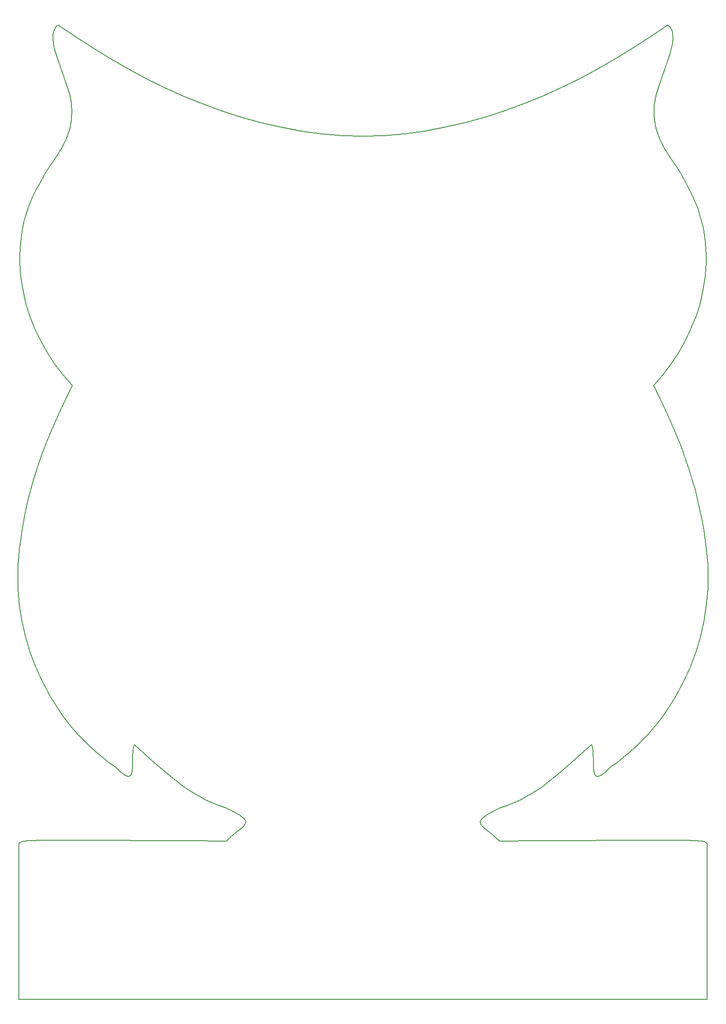
<source format=gm1>
G04 #@! TF.GenerationSoftware,KiCad,Pcbnew,7.0.11-2.fc39*
G04 #@! TF.CreationDate,2024-07-11T17:37:29+01:00*
G04 #@! TF.ProjectId,msf-owl-clock,6d73662d-6f77-46c2-9d63-6c6f636b2e6b,0.1*
G04 #@! TF.SameCoordinates,Original*
G04 #@! TF.FileFunction,Profile,NP*
%FSLAX46Y46*%
G04 Gerber Fmt 4.6, Leading zero omitted, Abs format (unit mm)*
G04 Created by KiCad (PCBNEW 7.0.11-2.fc39) date 2024-07-11 17:37:29*
%MOMM*%
%LPD*%
G01*
G04 APERTURE LIST*
G04 #@! TA.AperFunction,Profile*
%ADD10C,0.200000*%
G04 #@! TD*
G04 APERTURE END LIST*
D10*
X122449992Y-164156217D02*
X122323668Y-164006850D01*
X122222926Y-163861354D02*
X122149223Y-163718481D01*
X123414283Y-165004814D02*
X122967866Y-164640030D01*
X38460143Y-97223347D02*
X39074579Y-95386086D01*
X155362496Y-33177789D02*
X155228909Y-32674533D01*
X136211280Y-154873454D02*
X137237403Y-154021525D01*
X36267909Y-167032126D02*
X36458862Y-167008924D01*
X43530538Y-84645110D02*
X45251504Y-81176830D01*
X40595672Y-40468386D02*
X41146492Y-39631629D01*
X35744432Y-125602808D02*
X35273267Y-122600356D01*
X38401738Y-44340055D02*
X39048437Y-43181291D01*
X122237356Y-162999767D02*
X122356521Y-162846416D01*
X143517882Y-153859470D02*
X143618754Y-154286569D01*
X37888724Y-99073578D02*
X38460143Y-97223347D01*
X44884785Y-32153691D02*
X44978458Y-31616359D01*
X160389864Y-137072787D02*
X161644667Y-134312577D01*
X66162637Y-26647901D02*
X69751547Y-28117029D01*
X35130111Y-196794567D02*
X35130111Y-168033611D01*
X143384783Y-150748858D02*
X143407025Y-151435471D01*
X137375498Y-25051170D02*
X133836807Y-26649088D01*
X164255033Y-125603995D02*
X164726199Y-122601542D01*
X143459810Y-153341153D02*
X143517882Y-153859470D01*
X45099181Y-30483515D02*
X45123777Y-29885435D01*
X161539319Y-97224534D02*
X160924882Y-95387273D01*
X160382715Y-166869226D02*
X159428728Y-166858164D01*
X163731565Y-167033301D02*
X163540612Y-167010099D01*
X156468913Y-84646300D02*
X154747944Y-81178020D01*
X164990749Y-119570824D02*
X165044205Y-118048902D01*
X160951016Y-43182481D02*
X160462627Y-42234129D01*
X36884510Y-102812213D02*
X37362716Y-100936594D01*
X138962938Y-166953349D02*
X132810715Y-166987483D01*
X38149687Y-70464084D02*
X37209295Y-68053202D01*
X52088770Y-152172369D02*
X50877794Y-151230790D01*
X56614676Y-150747683D02*
X56592434Y-151434296D01*
X148807689Y-166888665D02*
X138962938Y-166953349D01*
X35008718Y-119569637D02*
X34955263Y-118047714D01*
X157328930Y-142301724D02*
X158949857Y-139740142D01*
X154959675Y-27950329D02*
X155091958Y-27117656D01*
X39261176Y-72804415D02*
X38149687Y-70464084D01*
X156451959Y-143538813D02*
X157328930Y-142301724D01*
X55034168Y-154551447D02*
X54760548Y-154364602D01*
X36417929Y-128564077D02*
X35744432Y-125602808D01*
X37362716Y-100936594D02*
X37888724Y-99073578D01*
X61036524Y-166952174D02*
X67188745Y-166986308D01*
X119202298Y-31666378D02*
X115434963Y-32533865D01*
X144720981Y-154689632D02*
X144965288Y-154552621D01*
X41964127Y-77216742D02*
X40535433Y-75060024D01*
X130247897Y-28118215D02*
X126611011Y-29449905D01*
X158084823Y-88171577D02*
X156468913Y-84646300D01*
X44468092Y-144743433D02*
X43547497Y-143537630D01*
X44216076Y-166850345D02*
X47376088Y-166863768D01*
X164238821Y-108514048D02*
X163918385Y-106601717D01*
X158382553Y-15031751D02*
X158321968Y-14659569D01*
X144293233Y-21503559D02*
X140861721Y-23333111D01*
X163882416Y-50392993D02*
X163548511Y-49154157D01*
X73388432Y-29448719D02*
X77071046Y-30634323D01*
X143252107Y-149416500D02*
X143337656Y-150069315D01*
X158035329Y-77217932D02*
X159464025Y-75061214D01*
X122967866Y-164640030D02*
X122600438Y-164310704D01*
X49706694Y-150246621D02*
X48576008Y-149221475D01*
X157757620Y-37998953D02*
X157232735Y-37181289D01*
X35467777Y-54165430D02*
X35626499Y-52899805D01*
X154904149Y-28620722D02*
X154959675Y-27950329D01*
X65900594Y-156503512D02*
X64833608Y-155702161D01*
X157136766Y-166849738D02*
X155783394Y-166851520D01*
X37209295Y-68053202D02*
X36448331Y-65585937D01*
X154949119Y-31061252D02*
X154900270Y-30484706D01*
X122356521Y-162846416D02*
X122512935Y-162686950D01*
X137237403Y-154021525D02*
X139240722Y-152277462D01*
X38054286Y-166906008D02*
X38780504Y-166884248D01*
X164674148Y-57988733D02*
X164681235Y-56712260D01*
X35804293Y-167113168D02*
X35941587Y-167084195D01*
X143879923Y-154713182D02*
X144003045Y-154788482D01*
X164372960Y-52900995D02*
X164156885Y-51642529D01*
X43538928Y-79260401D02*
X41964127Y-77216742D01*
X155315415Y-26202005D02*
X155611137Y-25218686D01*
X122928396Y-30635509D02*
X119202298Y-31666378D01*
X77071046Y-30634323D02*
X80797144Y-31665192D01*
X161218968Y-166885423D02*
X160382715Y-166869226D01*
X158089530Y-13998408D02*
X157912949Y-13713257D01*
X164799723Y-167423713D02*
X164763183Y-167377002D01*
X143337656Y-150069315D02*
X143384783Y-150748858D01*
X122512935Y-162686950D02*
X122708058Y-162520121D01*
X164869359Y-196795742D02*
X164869359Y-168034786D01*
X164613873Y-59265279D02*
X164674148Y-57988733D01*
X56309988Y-154458593D02*
X56223495Y-154601617D01*
X37819680Y-45518376D02*
X38401738Y-44340055D01*
X56223495Y-154601617D02*
X56119534Y-154712007D01*
X68108228Y-157994682D02*
X66991385Y-157269847D01*
X154747944Y-81178020D02*
X156460525Y-79261591D01*
X125837544Y-160770595D02*
X127118372Y-160350520D01*
X77894516Y-163291940D02*
X77845474Y-163147075D01*
X162110740Y-99074765D02*
X161539319Y-97224534D01*
X128361907Y-159856524D02*
X129570396Y-159295092D01*
X164848972Y-167524562D02*
X164827999Y-167472883D01*
X163918385Y-106601717D02*
X163542966Y-104701440D01*
X48576008Y-149221475D02*
X47486269Y-148156969D01*
X45251504Y-81176830D02*
X43538928Y-79260401D01*
X35576630Y-167177261D02*
X35682962Y-167144173D01*
X35760647Y-108512859D02*
X36081083Y-106600529D01*
X74242974Y-167017086D02*
X74888666Y-166410604D01*
X164720077Y-111955138D02*
X164501881Y-110438251D01*
X36117042Y-50391803D02*
X36450946Y-49152967D01*
X35318225Y-56711069D02*
X35365366Y-55436442D01*
X158321968Y-14659569D02*
X158225082Y-14314483D01*
X77762100Y-162998592D02*
X77642935Y-162845241D01*
X164827999Y-167472883D02*
X164799723Y-167423713D01*
X77910684Y-163434435D02*
X77894516Y-163291940D01*
X44978458Y-31616359D02*
X45050332Y-31060062D01*
X158349311Y-166851810D02*
X157136766Y-166849738D01*
X77291399Y-162518946D02*
X77056110Y-162343504D01*
X164863606Y-167578806D02*
X164848972Y-167524562D01*
X34955263Y-118047714D02*
X34955067Y-116523570D01*
X162709985Y-131472430D02*
X163581534Y-128565263D01*
X56380704Y-154285394D02*
X56309988Y-154458593D01*
X35130111Y-168033611D02*
X35120379Y-167756280D01*
X159943610Y-41333254D02*
X159403782Y-40469576D01*
X164316511Y-167145348D02*
X164195180Y-167114343D01*
X160462627Y-42234129D02*
X159943610Y-41333254D01*
X35279391Y-111953948D02*
X35497587Y-110437061D01*
X144965288Y-154552621D02*
X145238908Y-154365777D01*
X84564478Y-32532679D02*
X88370805Y-33228136D01*
X55685918Y-154822806D02*
X55495161Y-154778091D01*
X70429063Y-159293918D02*
X69253371Y-158671534D01*
X144504295Y-154779266D02*
X144720981Y-154689632D01*
X147910685Y-152173546D02*
X149121661Y-151231968D01*
X164195180Y-167114343D02*
X164057886Y-167085370D01*
X115434963Y-32533865D02*
X111628635Y-33229321D01*
X153561442Y-147055898D02*
X154567680Y-145917515D01*
X122149223Y-163718481D02*
X122104019Y-163576982D01*
X155960212Y-24183008D02*
X157511836Y-19822888D01*
X52331661Y-19569973D02*
X55706214Y-21502371D01*
X43263321Y-36348242D02*
X43721823Y-35491917D01*
X56481576Y-153858295D02*
X56380704Y-154285394D01*
X155611137Y-25218686D02*
X155960212Y-24183008D01*
X36448331Y-65585937D02*
X35875126Y-63076460D01*
X77486521Y-162685775D02*
X77291399Y-162518946D01*
X159403782Y-40469576D02*
X158852962Y-39632819D01*
X41677483Y-14658377D02*
X41774369Y-14313291D01*
X157511836Y-19822888D02*
X157844020Y-18755051D01*
X126611011Y-29449905D02*
X122928396Y-30635509D01*
X157912949Y-13713257D02*
X157692975Y-13460943D01*
X35008666Y-114998817D02*
X35116595Y-113475072D01*
X133008073Y-157271022D02*
X134098863Y-156504687D01*
X49016311Y-17543377D02*
X52331661Y-19569973D01*
X163548511Y-49154157D02*
X163154131Y-47927793D01*
X164717417Y-167332694D02*
X164661462Y-167290737D01*
X150983137Y-17544567D02*
X147667786Y-19571162D01*
X69253371Y-158671534D02*
X68108228Y-157994682D01*
X37301224Y-46714482D02*
X37819680Y-45518376D01*
X159464025Y-75061214D02*
X160738284Y-72805605D01*
X56568457Y-152750101D02*
X56539648Y-153339978D01*
X76094661Y-161753025D02*
X75226123Y-161293426D01*
X39616758Y-166868051D02*
X40570744Y-166856989D01*
X38780504Y-166884248D02*
X39616758Y-166868051D01*
X164882873Y-113476261D02*
X164720077Y-111955138D01*
X35338011Y-167289562D02*
X35405117Y-167249902D01*
X41883357Y-17725518D02*
X41690303Y-16751982D01*
X164763183Y-167377002D02*
X164717417Y-167332694D01*
X157232735Y-37181289D02*
X156736132Y-36349433D01*
X43933718Y-35051366D02*
X44132406Y-34600843D01*
X154900270Y-30484706D02*
X154875674Y-29886625D01*
X122708058Y-162520121D02*
X122943347Y-162344679D01*
X160738284Y-72805605D02*
X161849774Y-70465274D01*
X163329848Y-166988715D02*
X163098311Y-166969094D01*
X37430405Y-166933756D02*
X38054286Y-166906008D01*
X56884860Y-148808895D02*
X56747352Y-149415325D01*
X160924882Y-95387273D02*
X160269820Y-93563164D01*
X145238908Y-154365777D02*
X145543534Y-154126642D01*
X67188745Y-166986308D02*
X74242974Y-167017086D01*
X163551131Y-65587128D02*
X164124336Y-63077650D01*
X156277630Y-35493107D02*
X156065734Y-35052556D01*
X44132406Y-34600843D02*
X44316660Y-34139065D01*
X45039774Y-27949139D02*
X44907491Y-27116466D01*
X35236289Y-167375827D02*
X35282056Y-167331519D01*
X45431775Y-145916333D02*
X44468092Y-144743433D01*
X164501881Y-110438251D02*
X164238821Y-108514048D01*
X158404271Y-15849751D02*
X158409199Y-15429116D01*
X139240722Y-152277462D02*
X143114598Y-148810070D01*
X156736132Y-36349433D02*
X156277630Y-35493107D01*
X103907987Y-34069548D02*
X99998158Y-34197023D01*
X164156885Y-51642529D02*
X163882416Y-50392993D01*
X111628635Y-33229321D02*
X107785561Y-33744098D01*
X41595180Y-15848559D02*
X41590252Y-15427924D01*
X129570396Y-159295092D02*
X130746088Y-158672709D01*
X47486269Y-148156969D02*
X46438013Y-147054717D01*
X157692975Y-13460943D02*
X157427243Y-13243380D01*
X131891231Y-157995857D02*
X133008073Y-157271022D01*
X157427243Y-13243380D02*
X154237037Y-15432424D01*
X149121661Y-151231968D02*
X150292760Y-150247799D01*
X122153981Y-163148250D02*
X122237356Y-162999767D01*
X145880858Y-153832758D02*
X146660367Y-153070919D01*
X62623948Y-25049983D02*
X66162637Y-26647901D01*
X154876558Y-29265725D02*
X154904149Y-28620722D01*
X123904797Y-161754200D02*
X124773336Y-161294601D01*
X45762412Y-15431233D02*
X49016311Y-17543377D01*
X164124336Y-63077650D02*
X164501452Y-60540128D01*
X164515137Y-167213661D02*
X164422843Y-167178436D01*
X159576527Y-91752390D02*
X158084823Y-88171577D01*
X147667786Y-19571162D02*
X144293233Y-21503559D01*
X163903669Y-167058374D02*
X163731565Y-167033301D01*
X63788177Y-154872279D02*
X62762053Y-154020350D01*
X162569069Y-166934931D02*
X161945187Y-166907183D01*
X55852437Y-154825059D02*
X55685918Y-154822806D01*
X41909920Y-13997216D02*
X42086501Y-13712065D01*
X122943347Y-162344679D02*
X123220261Y-162159378D01*
X39609595Y-137071602D02*
X38354793Y-134311391D01*
X124497412Y-165880702D02*
X123414283Y-165004814D01*
X43721823Y-35491917D02*
X43933718Y-35051366D01*
X77399016Y-164309529D02*
X77549462Y-164155042D01*
X143689470Y-154459768D02*
X143775962Y-154602792D01*
X36456502Y-104700253D02*
X36884510Y-102812213D01*
X164594356Y-167251077D02*
X164515137Y-167213661D01*
X51191778Y-166887490D02*
X61036524Y-166952174D01*
X144147019Y-154826234D02*
X144313539Y-154823981D01*
X76585171Y-165003639D02*
X77031588Y-164638855D01*
X36450946Y-49152967D02*
X36845326Y-47926603D01*
X158409199Y-15429116D02*
X158382553Y-15031751D01*
X158225082Y-14314483D02*
X158089530Y-13998408D01*
X35273267Y-122600356D02*
X35008718Y-119569637D01*
X38354793Y-134311391D02*
X37289477Y-131471244D01*
X45095301Y-28619531D02*
X45039774Y-27949139D01*
X56661803Y-150068140D02*
X56614676Y-150747683D01*
X39729639Y-93561976D02*
X40422930Y-91751202D01*
X35497587Y-110437061D02*
X35760647Y-108512859D01*
X163114956Y-102813400D02*
X162636750Y-100937781D01*
X161849774Y-70465274D02*
X162790167Y-68054392D01*
X41146492Y-39631629D02*
X42241833Y-37997763D01*
X135165849Y-155703336D02*
X136211280Y-154873454D01*
X42086501Y-13712065D02*
X42306476Y-13459751D01*
X77845474Y-163147075D02*
X77762100Y-162998592D01*
X77056110Y-162343504D02*
X76779197Y-162158203D01*
X56747352Y-149415325D02*
X56661803Y-150068140D01*
X127118372Y-160350520D02*
X128361907Y-159856524D01*
X99893971Y-196794734D02*
X35130111Y-196794567D01*
X156065734Y-35052556D02*
X155867046Y-34602034D01*
X41774369Y-14313291D02*
X41909920Y-13997216D01*
X164057886Y-167085370D02*
X163903669Y-167058374D01*
X35199749Y-167422539D02*
X35236289Y-167375827D01*
X155020993Y-31617549D02*
X154949119Y-31061252D01*
X162698232Y-46715673D02*
X162179774Y-45519566D01*
X35135865Y-167577631D02*
X35150500Y-167523387D01*
X164877704Y-167695199D02*
X164872863Y-167635667D01*
X44388313Y-25217496D02*
X44039238Y-24181818D01*
X42306476Y-13459751D02*
X42572207Y-13242188D01*
X161945187Y-166907183D02*
X161218968Y-166885423D01*
X35842573Y-51641339D02*
X36117042Y-50391803D01*
X36081083Y-106600529D02*
X36456502Y-104700253D01*
X164501452Y-60540128D02*
X164613873Y-59265279D01*
X53339089Y-153069744D02*
X52088770Y-152172369D01*
X47376088Y-166863768D02*
X51191778Y-166887490D01*
X55278475Y-154688457D02*
X55034168Y-154551447D01*
X158852962Y-39632819D02*
X157757620Y-37998953D01*
X163581534Y-128565263D02*
X164255033Y-125603995D01*
X36901162Y-166967919D02*
X37430405Y-166933756D01*
X88370805Y-33228136D02*
X92213878Y-33742913D01*
X165044205Y-118048902D02*
X165044401Y-116524758D01*
X42862705Y-166848563D02*
X44216076Y-166850345D01*
X74161915Y-160769420D02*
X72881087Y-160349345D01*
X77895436Y-163575807D02*
X77910684Y-163434435D01*
X163154131Y-47927793D02*
X162698232Y-46715673D01*
X35682962Y-167144173D02*
X35804293Y-167113168D01*
X39536826Y-42232939D02*
X40055844Y-41332064D01*
X144313539Y-154823981D02*
X144504295Y-154779266D01*
X44485252Y-33664745D02*
X44636955Y-33176599D01*
X45123777Y-29885435D02*
X45122892Y-29264535D01*
X76779197Y-162158203D02*
X76094661Y-161753025D01*
X42487615Y-19821697D02*
X42155431Y-18753860D01*
X155114666Y-32154881D02*
X155020993Y-31617549D01*
X66991385Y-157269847D02*
X65900594Y-156503512D01*
X164990802Y-115000006D02*
X164882873Y-113476261D01*
X155783394Y-166851520D02*
X152623381Y-166864943D01*
X164422843Y-167178436D02*
X164316511Y-167145348D01*
X163542966Y-104701440D02*
X163114956Y-102813400D01*
X162790167Y-68054392D02*
X163551131Y-65587128D01*
X41914631Y-88170388D02*
X43530538Y-84645110D01*
X69751547Y-28117029D02*
X73388432Y-29448719D01*
X41590252Y-15427924D02*
X41616898Y-15030559D01*
X125110789Y-166411779D02*
X124497412Y-165880702D01*
X44907491Y-27116466D02*
X44684034Y-26200815D01*
X164726199Y-122601542D02*
X164990749Y-119570824D01*
X80797144Y-31665192D02*
X84564478Y-32532679D01*
X154567680Y-145917515D02*
X155531364Y-144744615D01*
X59137725Y-23331924D02*
X62623948Y-25049983D01*
X125756482Y-167018260D02*
X125110789Y-166411779D01*
X164872863Y-167635667D02*
X164863606Y-167578806D01*
X44039238Y-24181818D02*
X42487615Y-19821697D01*
X44316660Y-34139065D02*
X44485252Y-33664745D01*
X77642935Y-162845241D02*
X77486521Y-162685775D01*
X150292760Y-150247799D02*
X151423447Y-149222655D01*
X122104019Y-163576982D02*
X122088771Y-163435610D01*
X35405117Y-167249902D02*
X35484336Y-167212486D01*
X44684034Y-26200815D02*
X44388313Y-25217496D01*
X36095805Y-167057199D02*
X36267909Y-167032126D01*
X55495161Y-154778091D02*
X55278475Y-154688457D01*
X162636750Y-100937781D02*
X162110740Y-99074765D01*
X42572207Y-13242188D02*
X45762412Y-15431233D01*
X36458862Y-167008924D02*
X36669625Y-166987540D01*
X34955067Y-116523570D02*
X35008666Y-114998817D01*
X157844020Y-18755051D02*
X158116094Y-17726710D01*
X35121767Y-167694024D02*
X35126609Y-167634492D01*
X92213878Y-33742913D02*
X96091451Y-34068363D01*
X35498010Y-60538938D02*
X35385589Y-59264089D01*
X55706214Y-21502371D02*
X59137725Y-23331924D01*
X165044401Y-116524758D02*
X164990802Y-115000006D01*
X130746088Y-158672709D02*
X131891231Y-157995857D01*
X40535433Y-75060024D02*
X39261176Y-72804415D01*
X164879092Y-167757455D02*
X164877704Y-167695199D01*
X122104939Y-163293115D02*
X122153981Y-163148250D01*
X44770542Y-32673342D02*
X44884785Y-32153691D01*
X39048437Y-43181291D02*
X39536826Y-42232939D01*
X143431002Y-152751276D02*
X143459810Y-153341153D01*
X77549462Y-164155042D02*
X77675786Y-164005675D01*
X154875674Y-29886625D02*
X154876558Y-29265725D01*
X124773336Y-161294601D02*
X125837544Y-160770595D01*
X155682792Y-34140255D02*
X155514200Y-33665935D01*
X143775962Y-154602792D02*
X143879923Y-154713182D01*
X155867046Y-34602034D02*
X155682792Y-34140255D01*
X71637552Y-159855349D02*
X70429063Y-159293918D01*
X39074579Y-95386086D02*
X39729639Y-93561976D01*
X154237037Y-15432424D02*
X150983137Y-17544567D01*
X145543534Y-154126642D02*
X145880858Y-153832758D01*
X40422930Y-91751202D02*
X41914631Y-88170388D01*
X163098311Y-166969094D02*
X162569069Y-166934931D01*
X144003045Y-154788482D02*
X144147019Y-154826234D01*
X43547497Y-143537630D02*
X42670527Y-142300540D01*
X42670527Y-142300540D02*
X41049601Y-139738957D01*
X143618754Y-154286569D02*
X143689470Y-154459768D01*
X122600438Y-164310704D02*
X122449992Y-164156217D01*
X164634094Y-55437632D02*
X164531683Y-54166620D01*
X35120379Y-167756280D02*
X35121767Y-167694024D01*
X36669625Y-166987540D02*
X36901162Y-166967919D01*
X50877794Y-151230790D02*
X49706694Y-150246621D01*
X35282056Y-167331519D02*
X35338011Y-167289562D01*
X123220261Y-162159378D02*
X123904797Y-161754200D01*
X35941587Y-167084195D02*
X36095805Y-167057199D01*
X60758735Y-152276287D02*
X56884860Y-148808895D01*
X35626499Y-52899805D02*
X35842573Y-51641339D01*
X75502042Y-165879527D02*
X76585171Y-165003639D01*
X56592434Y-151434296D02*
X56568457Y-152750101D01*
X35325313Y-57987542D02*
X35318225Y-56711069D01*
X146660367Y-153070919D02*
X147910685Y-152173546D01*
X160269820Y-93563164D02*
X159576527Y-91752390D01*
X156460525Y-79261591D02*
X158035329Y-77217932D01*
X164661462Y-167290737D02*
X164594356Y-167251077D01*
X35365366Y-55436442D02*
X35467777Y-54165430D01*
X40570744Y-166856989D02*
X41650160Y-166850635D01*
X41049601Y-139738957D02*
X39609595Y-137071602D01*
X41690303Y-16751982D02*
X41595180Y-15848559D01*
X44636955Y-33176599D02*
X44770542Y-32673342D01*
X159428728Y-166858164D02*
X158349311Y-166851810D01*
X107785561Y-33744098D02*
X103907987Y-34069548D01*
X62762053Y-154020350D02*
X60758735Y-152276287D01*
X35116595Y-113475072D02*
X35279391Y-111953948D01*
X37289477Y-131471244D02*
X36417929Y-128564077D01*
X64833608Y-155702161D02*
X63788177Y-154872279D01*
X96091451Y-34068363D02*
X100001278Y-34195838D01*
X54118598Y-153831583D02*
X53339089Y-153069744D01*
X54760548Y-154364602D02*
X54455922Y-154125467D01*
X45050332Y-31060062D02*
X45099181Y-30483515D01*
X161644667Y-134312577D02*
X162709985Y-131472430D01*
X134098863Y-156504687D02*
X135165849Y-155703336D01*
X56119534Y-154712007D02*
X55996412Y-154787307D01*
X35875126Y-63076460D02*
X35498010Y-60538938D01*
X45122892Y-29264535D02*
X45095301Y-28619531D01*
X75226123Y-161293426D02*
X74161915Y-160769420D01*
X77776529Y-163860179D02*
X77850232Y-163717306D01*
X122323668Y-164006850D02*
X122222926Y-163861354D01*
X35171473Y-167471708D02*
X35199749Y-167422539D01*
X162179774Y-45519566D02*
X161597716Y-44341245D01*
X155228909Y-32674533D02*
X155114666Y-32154881D01*
X35126609Y-167634492D02*
X35135865Y-167577631D01*
X152623381Y-166864943D02*
X148807689Y-166888665D01*
X164531683Y-54166620D02*
X164372960Y-52900995D01*
X36845326Y-47926603D02*
X37301224Y-46714482D01*
X74888666Y-166410604D02*
X75502042Y-165879527D01*
X164869359Y-168034786D02*
X164879092Y-167757455D01*
X54455922Y-154125467D02*
X54118598Y-153831583D01*
X77675786Y-164005675D02*
X77776529Y-163860179D01*
X155514200Y-33665935D02*
X155362496Y-33177789D01*
X55996412Y-154787307D02*
X55852437Y-154825059D01*
X41616898Y-15030559D02*
X41677483Y-14658377D01*
X132810715Y-166987483D02*
X125756482Y-167018260D01*
X42766718Y-37180099D02*
X43263321Y-36348242D01*
X72881087Y-160349345D02*
X71637552Y-159855349D01*
X161597716Y-44341245D02*
X160951016Y-43182481D01*
X40055844Y-41332064D02*
X40595672Y-40468386D01*
X143407025Y-151435471D02*
X143431002Y-152751276D01*
X164681235Y-56712260D02*
X164634094Y-55437632D01*
X77031588Y-164638855D02*
X77399016Y-164309529D01*
X122088771Y-163435610D02*
X122104939Y-163293115D01*
X56539648Y-153339978D02*
X56481576Y-153858295D01*
X155091958Y-27117656D02*
X155315415Y-26202005D01*
X158309148Y-16753173D02*
X158404271Y-15849751D01*
X42155431Y-18753860D02*
X41883357Y-17725518D01*
X77850232Y-163717306D02*
X77895436Y-163575807D01*
X41650160Y-166850635D02*
X42862705Y-166848563D01*
X158949857Y-139740142D02*
X160389864Y-137072787D01*
X163540612Y-167010099D02*
X163329848Y-166988715D01*
X133836807Y-26649088D02*
X130247897Y-28118215D01*
X35385589Y-59264089D02*
X35325313Y-57987542D01*
X151423447Y-149222655D02*
X152513186Y-148158150D01*
X152513186Y-148158150D02*
X153561442Y-147055898D01*
X99893971Y-196794734D02*
X164869359Y-196795742D01*
X140861721Y-23333111D02*
X137375498Y-25051170D01*
X155531364Y-144744615D02*
X156451959Y-143538813D01*
X35150500Y-167523387D02*
X35171473Y-167471708D01*
X42241833Y-37997763D02*
X42766718Y-37180099D01*
X143114598Y-148810070D02*
X143252107Y-149416500D01*
X158116094Y-17726710D02*
X158309148Y-16753173D01*
X35484336Y-167212486D02*
X35576630Y-167177261D01*
X46438013Y-147054717D02*
X45431775Y-145916333D01*
M02*

</source>
